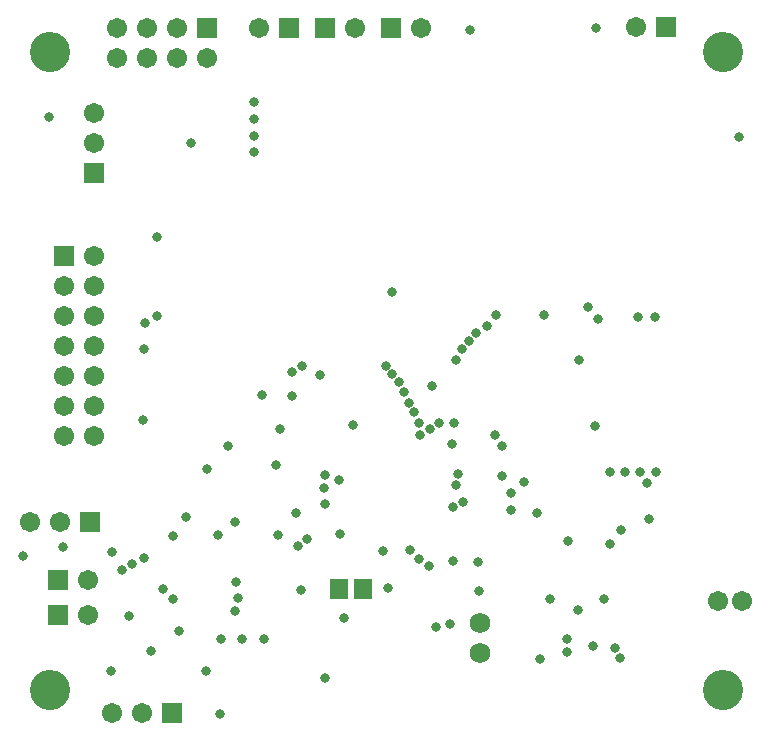
<source format=gbs>
%FSTAX23Y23*%
%MOIN*%
%SFA1B1*%

%IPPOS*%
%ADD47R,0.067060X0.067060*%
%ADD48C,0.067060*%
%ADD49C,0.068000*%
%ADD50R,0.067060X0.067060*%
%ADD51C,0.031620*%
%ADD52C,0.133980*%
%ADD89R,0.063120X0.067060*%
%LNmoveh_messkette_einseitig_v2-1*%
%LPD*%
G54D47*
X00311Y00734D03*
X00204Y00543D03*
Y00425D03*
X02231Y02385D03*
X01096Y02381D03*
X007Y02383D03*
X00974D03*
X01314Y02381D03*
X00583Y00098D03*
G54D48*
X00211Y00734D03*
X00111D03*
X00304Y00543D03*
Y00425D03*
X02131Y02385D03*
X02404Y00471D03*
X02483D03*
X01196Y02381D03*
X007Y02283D03*
X006Y02383D03*
Y02283D03*
X005Y02383D03*
Y02283D03*
X004Y02383D03*
Y02283D03*
X00874Y02383D03*
X01414Y02381D03*
X00483Y00098D03*
X00383D03*
X00323Y01023D03*
X00223D03*
X00323Y01123D03*
X00223D03*
X00323Y01223D03*
X00223D03*
X00323Y01323D03*
X00223D03*
X00323Y01423D03*
X00223D03*
X00323Y01523D03*
X00223D03*
X00323Y01623D03*
X00326Y02D03*
Y021D03*
G54D49*
X0161Y004D03*
Y003D03*
G54D50*
X00223Y01623D03*
X00326Y019D03*
G54D51*
X0093Y00927D03*
X00088Y00622D03*
X00796Y00736D03*
X02025Y0048D03*
X01988Y00322D03*
X01812Y0028D03*
X01901Y00302D03*
X00772Y00988D03*
X00702Y00913D03*
X01093Y00797D03*
X01306Y00517D03*
X00609Y00371D03*
X00632Y00752D03*
X0145Y01189D03*
X01999Y02381D03*
X02476Y02019D03*
X01577Y02375D03*
X00176Y02085D03*
X01522Y00606D03*
X00744Y00096D03*
X00999Y00764D03*
X00943Y01046D03*
X02176Y00745D03*
X00587Y0069D03*
X00938Y00691D03*
X00739Y00691D03*
X00222Y00651D03*
X01079Y01225D03*
X01357Y01168D03*
X01342Y01201D03*
X00985Y01157D03*
X00886Y01158D03*
X00985Y01235D03*
X00385Y00637D03*
X00442Y00423D03*
X00515Y00305D03*
X00588Y0048D03*
X00793Y00438D03*
X00803Y00481D03*
X01902Y00346D03*
X01846Y00478D03*
X02062Y00317D03*
X02078Y00282D03*
X01938Y00442D03*
X01015Y0051D03*
X02195Y0142D03*
X02146Y00901D03*
X02169Y00866D03*
X02082Y0071D03*
X00798Y00535D03*
X01143Y00696D03*
X01466Y00385D03*
X01521Y00786D03*
X02199Y00901D03*
X01715Y00777D03*
X01757Y0087D03*
X01539Y00897D03*
X01411Y01024D03*
X00496Y01399D03*
X00535Y01421D03*
X00491Y01313D03*
X01552D03*
X01532Y01277D03*
X01662Y01026D03*
X01665Y01425D03*
X01093Y00893D03*
X01092Y00849D03*
X01407Y01066D03*
X01476Y01066D03*
X01606Y00603D03*
X02137Y0142D03*
X02003Y01413D03*
X01826Y01425D03*
X01035Y00678D03*
X01003Y00654D03*
X01555Y00803D03*
X01523Y01066D03*
X01444Y01047D03*
X01392Y01102D03*
X01374Y01133D03*
X01318Y01228D03*
X00649Y02D03*
X00535Y01685D03*
X00488Y01076D03*
X01318Y01503D03*
X01018Y01255D03*
X01298D03*
X00858Y01968D03*
Y02023D03*
Y02078D03*
Y02134D03*
X01519Y00996D03*
X01189Y01058D03*
X01633Y0139D03*
X01597Y01367D03*
X01972Y01452D03*
X01574Y0134D03*
X01685Y00988D03*
X00555Y00511D03*
X01441Y0059D03*
X01409Y00613D03*
X01377Y00641D03*
X00452Y00595D03*
X00492Y00614D03*
X00417Y00574D03*
X01287Y0064D03*
X01715Y00831D03*
X01942Y01275D03*
X01685Y00889D03*
X01802Y00765D03*
X01531Y00858D03*
X01141Y00874D03*
X02046Y00901D03*
X01996Y01055D03*
X02096Y00901D03*
X01905Y00671D03*
X02046Y00663D03*
X00698Y0024D03*
X00381D03*
X01096Y00216D03*
X01158Y00416D03*
X01512Y00396D03*
X00748Y00345D03*
X0089D03*
X00819D03*
X01607Y00507D03*
G54D52*
X00177Y00177D03*
Y02303D03*
X02421D03*
Y00177D03*
G54D89*
X01221Y00512D03*
X01142D03*
M02*
</source>
